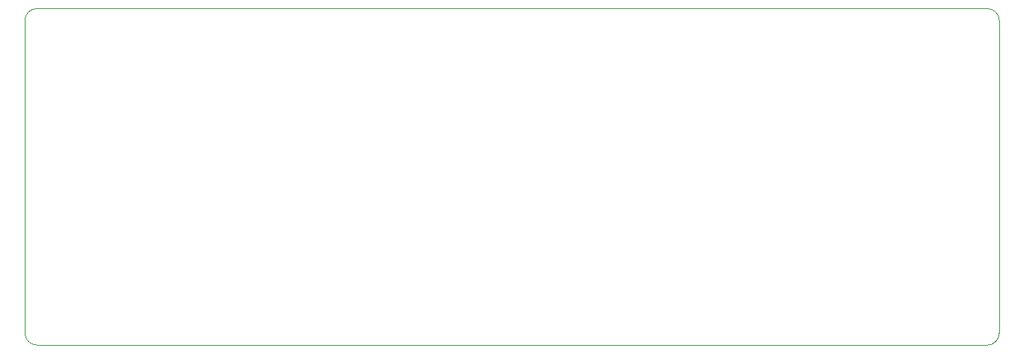
<source format=gbr>
%TF.GenerationSoftware,KiCad,Pcbnew,7.0.10*%
%TF.CreationDate,2024-01-06T13:40:11+01:00*%
%TF.ProjectId,p2000t-ram-expansion-board-smd,70323030-3074-42d7-9261-6d2d65787061,rev?*%
%TF.SameCoordinates,Original*%
%TF.FileFunction,Profile,NP*%
%FSLAX46Y46*%
G04 Gerber Fmt 4.6, Leading zero omitted, Abs format (unit mm)*
G04 Created by KiCad (PCBNEW 7.0.10) date 2024-01-06 13:40:11*
%MOMM*%
%LPD*%
G01*
G04 APERTURE LIST*
%TA.AperFunction,Profile*%
%ADD10C,0.100000*%
%TD*%
G04 APERTURE END LIST*
D10*
X21336000Y-51968400D02*
G75*
G03*
X19964400Y-53340000I0J-1371600D01*
G01*
X21336000Y-89966800D02*
X128574800Y-89966800D01*
X129946400Y-53340000D02*
G75*
G03*
X128574800Y-51968400I-1371600J0D01*
G01*
X129946400Y-88595200D02*
X129946400Y-53340000D01*
X128574800Y-89966800D02*
G75*
G03*
X129946400Y-88595200I0J1371600D01*
G01*
X19964400Y-88595200D02*
X19964400Y-53340000D01*
X19964400Y-88595200D02*
G75*
G03*
X21336000Y-89966800I1371600J0D01*
G01*
X128574800Y-51968400D02*
X21336000Y-51968400D01*
M02*

</source>
